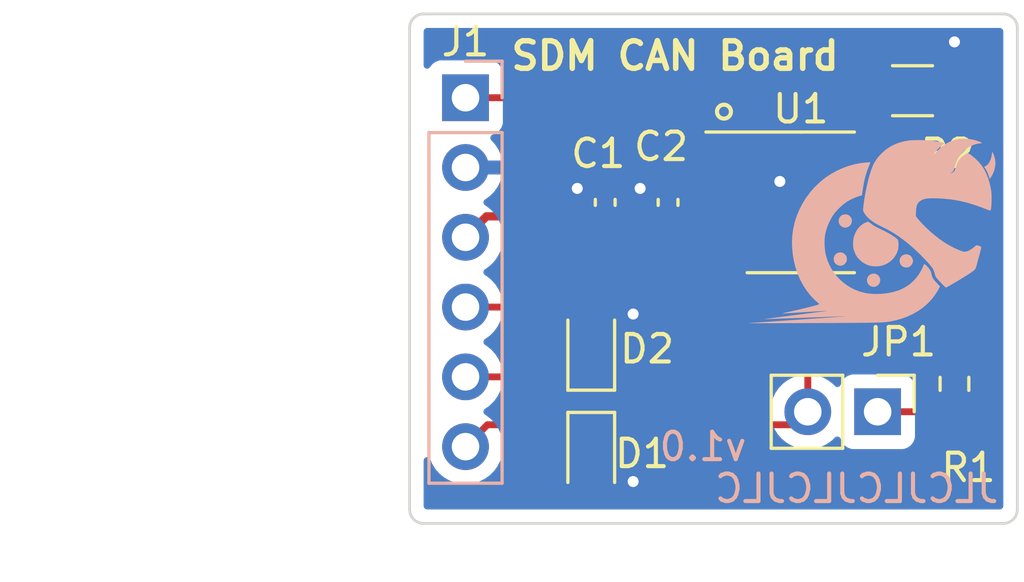
<source format=kicad_pcb>
(kicad_pcb (version 20211014) (generator pcbnew)
  (title_block (title "SDM Can Board") (date "2022-10-03") (rev "v1.0") (company "Sun Devil Motorsports Data Acquisition"))
  (layers (0 "F.Cu" signal) (31 "B.Cu" signal) (34 "B.Paste" user) (35 "F.Paste" user) (36 "B.SilkS" user "B.Silkscreen") (37 "F.SilkS" user "F.Silkscreen") (38 "B.Mask" user) (39 "F.Mask" user) (44 "Edge.Cuts" user))
  (net 0 "")
  (net 1 "+3V3")
  (net 2 "GND")
  (net 3 "/CTX")
  (net 4 "/CRX")
  (net 5 "/CANH")
  (net 6 "/CANL")
  (net 7 "Net-(JP1-Pad1)")
  (net 9 "Net-(R2-Pad1)")
  (footprint "Connector_PinHeader_2.54mm:PinHeader_1x02_P2.54mm_Vertical" (layer "F.Cu") (at 157.734 123.698 -90)
    (fp_text reference "JP1" (at -2.54 -0.762 180) (layer "F.SilkS"))
    (fp_text value "Bus_Termination")
    (fp_line (start -1.33 1.27) (end -1.33 3.87) (layer "F.SilkS") (width 0.12))
    (fp_line (start -1.33 3.87) (end 1.33 3.87) (layer "F.SilkS") (width 0.12))
    (fp_line (start 1.33 1.27) (end 1.33 3.87) (layer "F.SilkS") (width 0.12))
    (fp_line (start -1.33 0) (end -1.33 -1.33) (layer "F.SilkS") (width 0.12))
    (fp_line (start -1.33 -1.33) (end 0 -1.33) (layer "F.SilkS") (width 0.12))
    (fp_line (start -1.33 1.27) (end 1.33 1.27) (layer "F.SilkS") (width 0.12))
    (pad "1" thru_hole rect (at 0 0 270) (size 1.7 1.7) (drill 1) (layers *.Cu *.Mask) (net 7 "Net-(JP1-Pad1)"))
    (pad "2" thru_hole oval (at 0 2.54 270) (size 1.7 1.7) (drill 1) (layers *.Cu *.Mask) (net 6 "/CANL"))
  )
  (footprint "Capacitor_SMD:C_0402_1005Metric" (layer "F.Cu") (at 147.828 116.078 90)
    (fp_text reference "C1" (at 1.778 -0.254 180) (layer "F.SilkS"))
    (fp_text value "100nF")
    (fp_line (start -0.107836 -0.36) (end 0.107836 -0.36) (layer "F.SilkS") (width 0.12))
    (fp_line (start -0.107836 0.36) (end 0.107836 0.36) (layer "F.SilkS") (width 0.12))
    (pad "1" smd roundrect (at -0.48 0 90) (size 0.56 0.62) (layers "F.Cu" "F.Paste" "F.Mask") (net 1 "+3V3"))
    (pad "2" smd roundrect (at 0.48 0 90) (size 0.56 0.62) (layers "F.Cu" "F.Paste" "F.Mask") (net 2 "GND"))
  )
  (footprint "Resistor_SMD:R_1206_3216Metric" (layer "F.Cu") (at 159.004 112.014)
    (fp_text reference "R2" (at 1.27 2.286 180) (layer "F.SilkS"))
    (fp_text value "10k")
    (fp_line (start -0.727064 -0.91) (end 0.727064 -0.91) (layer "F.SilkS") (width 0.12))
    (fp_line (start -0.727064 0.91) (end 0.727064 0.91) (layer "F.SilkS") (width 0.12))
    (pad "1" smd roundrect (at -1.4625 0) (size 1.125 1.75) (layers "F.Cu" "F.Paste" "F.Mask") (roundrect_rratio 0.2222222222) (net 9 "Net-(R2-Pad1)"))
    (pad "2" smd roundrect (at 1.4625 0) (size 1.125 1.75) (layers "F.Cu" "F.Paste" "F.Mask") (roundrect_rratio 0.2222222222) (net 2 "GND"))
  )
  (footprint "Capacitor_SMD:C_0402_1005Metric" (layer "F.Cu") (at 150.114 116.078 90)
    (fp_text reference "C2" (at 2.032 -0.254 180) (layer "F.SilkS"))
    (fp_text value "100nF")
    (fp_line (start -0.107836 0.36) (end 0.107836 0.36) (layer "F.SilkS") (width 0.12))
    (fp_line (start -0.107836 -0.36) (end 0.107836 -0.36) (layer "F.SilkS") (width 0.12))
    (pad "1" smd roundrect (at -0.48 0 90) (size 0.56 0.62) (layers "F.Cu" "F.Paste" "F.Mask") (net 1 "+3V3"))
    (pad "2" smd roundrect (at 0.48 0 90) (size 0.56 0.62) (layers "F.Cu" "F.Paste" "F.Mask") (net 2 "GND"))
  )
  (footprint "Diode_SMD:D_SOD-323" (layer "F.Cu") (at 147.32 121.412 90)
    (fp_text reference "D2" (at 0 2.032 180) (layer "F.SilkS"))
    (fp_text value "D_TVS")
    (fp_line (start -1.5 0.85) (end 1.05 0.85) (layer "F.SilkS") (width 0.12))
    (fp_line (start -1.5 -0.85) (end 1.05 -0.85) (layer "F.SilkS") (width 0.12))
    (fp_line (start -1.5 -0.85) (end -1.5 0.85) (layer "F.SilkS") (width 0.12))
    (pad "1" smd rect (at -1.05 0 90) (size 0.6 0.45) (layers "F.Cu" "F.Paste" "F.Mask") (net 5 "/CANH"))
    (pad "2" smd rect (at 1.05 0 90) (size 0.6 0.45) (layers "F.Cu" "F.Paste" "F.Mask") (net 2 "GND"))
  )
  (footprint "Package_SO:SOIC-8_3.9x4.9mm_P1.27mm" (layer "F.Cu") (at 154.94 116.078)
    (fp_text reference "U1" (at 0 -3.4) (layer "F.SilkS"))
    (fp_text value "SN65HVD230")
    (fp_line (start 0 -2.56) (end 1.95 -2.56) (layer "F.SilkS") (width 0.12))
    (fp_line (start 0 2.56) (end 1.95 2.56) (layer "F.SilkS") (width 0.12))
    (fp_line (start 0 2.56) (end -1.95 2.56) (layer "F.SilkS") (width 0.12))
    (fp_line (start 0 -2.56) (end -3.45 -2.56) (layer "F.SilkS") (width 0.12))
    (pad "1" smd roundrect (at -2.475 -1.905) (size 1.95 0.6) (layers "F.Cu" "F.Paste" "F.Mask") (net 3 "/CTX"))
    (pad "2" smd roundrect (at -2.475 -0.635) (size 1.95 0.6) (layers "F.Cu" "F.Paste" "F.Mask") (net 2 "GND"))
    (pad "3" smd roundrect (at -2.475 0.635) (size 1.95 0.6) (layers "F.Cu" "F.Paste" "F.Mask") (net 1 "+3V3"))
    (pad "4" smd roundrect (at -2.475 1.905) (size 1.95 0.6) (layers "F.Cu" "F.Paste" "F.Mask") (net 4 "/CRX"))
    (pad "5" smd roundrect (at 2.475 1.905) (size 1.95 0.6) (layers "F.Cu" "F.Paste" "F.Mask"))
    (pad "6" smd roundrect (at 2.475 0.635) (size 1.95 0.6) (layers "F.Cu" "F.Paste" "F.Mask") (net 6 "/CANL"))
    (pad "7" smd roundrect (at 2.475 -0.635) (size 1.95 0.6) (layers "F.Cu" "F.Paste" "F.Mask") (net 5 "/CANH"))
    (pad "8" smd roundrect (at 2.475 -1.905) (size 1.95 0.6) (layers "F.Cu" "F.Paste" "F.Mask") (net 9 "Net-(R2-Pad1)"))
  )
  (footprint "Diode_SMD:D_SOD-323" (layer "F.Cu") (at 147.32 125.222 -90)
    (fp_text reference "D1" (at 0 -1.85 180) (layer "F.SilkS"))
    (fp_text value "D_TVS")
    (fp_line (start -1.5 -0.85) (end 1.05 -0.85) (layer "F.SilkS") (width 0.12))
    (fp_line (start -1.5 -0.85) (end -1.5 0.85) (layer "F.SilkS") (width 0.12))
    (fp_line (start -1.5 0.85) (end 1.05 0.85) (layer "F.SilkS") (width 0.12))
    (pad "1" smd rect (at -1.05 0 270) (size 0.6 0.45) (layers "F.Cu" "F.Paste" "F.Mask") (net 6 "/CANL"))
    (pad "2" smd rect (at 1.05 0 270) (size 0.6 0.45) (layers "F.Cu" "F.Paste" "F.Mask") (net 2 "GND"))
  )
  (footprint "Resistor_SMD:R_0603_1608Metric" (layer "F.Cu") (at 160.528 122.682 -90)
    (fp_text reference "R1" (at 3.048 -0.508) (layer "F.SilkS"))
    (fp_text value "120")
    (fp_line (start -0.237258 0.5225) (end 0.237258 0.5225) (layer "F.SilkS") (width 0.12))
    (fp_line (start -0.237258 -0.5225) (end 0.237258 -0.5225) (layer "F.SilkS") (width 0.12))
    (pad "1" smd roundrect (at -0.825 0 270) (size 0.8 0.95) (layers "F.Cu" "F.Paste" "F.Mask") (net 5 "/CANH"))
    (pad "2" smd roundrect (at 0.825 0 270) (size 0.8 0.95) (layers "F.Cu" "F.Paste" "F.Mask") (net 7 "Net-(JP1-Pad1)"))
  )
  (footprint "Connector_PinHeader_2.54mm:PinHeader_1x06_P2.54mm_Vertical" (layer "B.Cu") (at 142.748 112.268 180)
    (fp_text reference "J1" (at 0 2.032) (layer "F.SilkS"))
    (fp_text value "Conn_01x06_Male")
    (fp_line (start -1.33 1.33) (end 0 1.33) (layer "B.SilkS") (width 0.12))
    (fp_line (start -1.33 0) (end -1.33 1.33) (layer "B.SilkS") (width 0.12))
    (fp_line (start 1.33 -1.27) (end 1.33 -14.03) (layer "B.SilkS") (width 0.12))
    (fp_line (start -1.33 -1.27) (end -1.33 -14.03) (layer "B.SilkS") (width 0.12))
    (fp_line (start -1.33 -1.27) (end 1.33 -1.27) (layer "B.SilkS") (width 0.12))
    (fp_line (start -1.33 -14.03) (end 1.33 -14.03) (layer "B.SilkS") (width 0.12))
    (pad "1" thru_hole rect (at 0 0 180) (size 1.7 1.7) (drill 1) (layers *.Cu *.Mask) (net 3 "/CTX"))
    (pad "2" thru_hole oval (at 0 -2.54 180) (size 1.7 1.7) (drill 1) (layers *.Cu *.Mask) (net 2 "GND"))
    (pad "3" thru_hole oval (at 0 -5.08 180) (size 1.7 1.7) (drill 1) (layers *.Cu *.Mask) (net 1 "+3V3"))
    (pad "4" thru_hole oval (at 0 -7.62 180) (size 1.7 1.7) (drill 1) (layers *.Cu *.Mask) (net 4 "/CRX"))
    (pad "5" thru_hole oval (at 0 -10.16 180) (size 1.7 1.7) (drill 1) (layers *.Cu *.Mask) (net 5 "/CANH"))
    (pad "6" thru_hole oval (at 0 -12.7 180) (size 1.7 1.7) (drill 1) (layers *.Cu *.Mask) (net 6 "/CANL"))
  )
  (footprint "SDM:Logo" (layer "B.Cu") (at 157.48 117.094 180)
    (fp_text reference "G***" hide)
    (fp_text value "LOGO" hide)
    (fp_poly (pts (xy -1.224115 -0.881455) (xy -1.162626 -0.907977) (xy -1.112362 -0.951726) (xy -1.078811 -1.003058) (xy -1.056743 -1.068649) (xy -1.053429 -1.135127) (xy -1.067579 -1.198941) (xy -1.097906 -1.256538) (xy -1.143121 -1.304367) (xy -1.200383 -1.338233) (xy -1.24403 -1.349308) (xy -1.297602 -1.352816) (xy -1.35155 -1.348605) (xy -1.383883 -1.341158) (xy -1.426851 -1.318535) (xy -1.468399 -1.281416) (xy -1.503066 -1.235746) (xy -1.525393 -1.18747) (xy -1.525563 -1.186901) (xy -1.537297 -1.141712) (xy -1.540677 -1.106489) (xy -1.535413 -1.071989) (xy -1.521217 -1.028965) (xy -1.52057 -1.027229) (xy -1.487226 -0.965737) (xy -1.439684 -0.918587) (xy -1.380184 -0.887314) (xy -1.310966 -0.873456) (xy -1.295589 -0.872904)) (layer "B.SilkS") (width 0) (fill solid))
    (fp_poly (pts (xy 0.10462 0.309346) (xy 0.133154 0.301055) (xy 0.15935 0.292449) (xy 0.254099 0.249147) (xy 0.342445 0.18766) (xy 0.42269 0.110104) (xy 0.493136 0.018591) (xy 0.552086 -0.084764) (xy 0.597844 -0.197847) (xy 0.621449 -0.283132) (xy 0.633416 -0.357156) (xy 0.639274 -0.441205) (xy 0.639111 -0.528294) (xy 0.63301 -0.611441) (xy 0.62106 -0.68366) (xy 0.616288 -0.702357) (xy 0.594763 -0.766722) (xy 0.566235 -0.835563) (xy 0.53428 -0.901051) (xy 0.502474 -0.955356) (xy 0.497207 -0.963102) (xy 0.463326 -1.005736) (xy 0.418445 -1.054274) (xy 0.36866 -1.10271) (xy 0.320069 -1.14504) (xy 0.287775 -1.169373) (xy 0.180612 -1.232558) (xy 0.070483 -1.277214) (xy -0.045514 -1.30409) (xy -0.170279 -1.31394) (xy -0.26046 -1.311371) (xy -0.384787 -1.293061) (xy -0.503562 -1.255937) (xy -0.614837 -1.201595) (xy -0.716666 -1.13163) (xy -0.807105 -1.047637) (xy -0.884207 -0.951213) (xy -0.946026 -0.843951) (xy -0.990616 -0.727447) (xy -0.995917 -0.708449) (xy -1.005081 -0.660121) (xy -1.011071 -0.600265) (xy -1.013769 -0.535404) (xy -1.013059 -0.472057) (xy -1.008825 -0.416746) (xy -1.001801 -0.378854) (xy -0.993532 -0.356887) (xy -0.980207 -0.335715) (xy -0.95937 -0.313036) (xy -0.928564 -0.28655) (xy -0.885335 -0.253955) (xy -0.827226 -0.21295) (xy -0.817843 -0.206461) (xy -0.709567 -0.137411) (xy -0.582085 -0.066337) (xy -0.436839 0.005973) (xy -0.380841 0.03199) (xy -0.261619 0.089465) (xy -0.158401 0.146091) (xy -0.06665 0.204512) (xy 0.003705 0.255993) (xy 0.037659 0.281361) (xy 0.066219 0.300842) (xy 0.084905 0.311455) (xy 0.088709 0.312551)) (layer "B.SilkS") (width 0) (fill solid))
    (fp_poly (pts (xy -4.410053 2.775514) (xy -4.386743 2.657012) (xy -4.35352 2.554398) (xy -4.310786 2.468425) (xy -4.258946 2.399844) (xy -4.198404 2.349406) (xy -4.173257 2.33518) (xy -4.12568 2.31142) (xy -4.157813 2.264716) (xy -4.214815 2.168953) (xy -4.266009 2.055519) (xy -4.311907 1.923241) (xy -4.322716 1.886735) (xy -4.327321 1.874802) (xy -4.333596 1.873502) (xy -4.344461 1.884972) (xy -4.362838 1.911352) (xy -4.369024 1.920641) (xy -4.4412 2.045816) (xy -4.493399 2.173211) (xy -4.525534 2.30185) (xy -4.537514 2.430756) (xy -4.529251 2.558954) (xy -4.500654 2.685465) (xy -4.451635 2.809315) (xy -4.450572 2.8115) (xy -4.423309 2.867339)) (layer "B.SilkS") (width 0) (fill solid))
    (fp_poly (pts (xy 0.054207 2.475525) (xy 0.096459 2.472801) (xy 0.148124 2.468592) (xy 0.205442 2.463232) (xy 0.264654 2.457054) (xy 0.322003 2.450392) (xy 0.37373 2.443579) (xy 0.381363 2.442478) (xy 0.591632 2.40209) (xy 0.803664 2.342778) (xy 1.014336 2.265874) (xy 1.220525 2.172709) (xy 1.419107 2.064615) (xy 1.606958 1.942924) (xy 1.682251 1.887817) (xy 1.870859 1.731844) (xy 2.045632 1.561286) (xy 2.205757 1.377475) (xy 2.350421 1.181742) (xy 2.478811 0.975422) (xy 2.590115 0.759844) (xy 2.68352 0.536343) (xy 2.758212 0.30625) (xy 2.813379 0.070898) (xy 2.822858 0.018289) (xy 2.851057 -0.205538) (xy 2.861104 -0.435936) (xy 2.853421 -0.670034) (xy 2.828431 -0.904962) (xy 2.786555 -1.137847) (xy 2.728216 -1.365818) (xy 2.653836 -1.586004) (xy 2.563837 -1.795533) (xy 2.552903 -1.818006) (xy 2.443427 -2.019564) (xy 2.321277 -2.205635) (xy 2.186922 -2.375609) (xy 2.040825 -2.528881) (xy 1.935217 -2.623083) (xy 1.904771 -2.649953) (xy 1.882842 -2.67222) (xy 1.87263 -2.686491) (xy 1.872707 -2.689397) (xy 1.888947 -2.697697) (xy 1.924322 -2.710044) (xy 1.97759 -2.726123) (xy 2.04751 -2.745621) (xy 2.132841 -2.768221) (xy 2.232343 -2.793611) (xy 2.344775 -2.821474) (xy 2.468895 -2.851497) (xy 2.603462 -2.883365) (xy 2.747236 -2.916762) (xy 2.898977 -2.951375) (xy 2.961065 -2.965364) (xy 3.032333 -2.981475) (xy 3.096283 -2.996142) (xy 3.150294 -3.008745) (xy 3.191746 -3.018668) (xy 3.218017 -3.025292) (xy 3.226518 -3.02798) (xy 3.215981 -3.027752) (xy 3.18632 -3.0263) (xy 3.139203 -3.023722) (xy 3.076302 -3.020117) (xy 2.999285 -3.015585) (xy 2.909822 -3.010223) (xy 2.809583 -3.004133) (xy 2.700239 -2.997411) (xy 2.583459 -2.990158) (xy 2.494985 -2.984616) (xy 2.326333 -2.974013) (xy 2.177614 -2.964675) (xy 2.047966 -2.956571) (xy 1.936524 -2.94967) (xy 1.842426 -2.943941) (xy 1.764808 -2.939354) (xy 1.702808 -2.935878) (xy 1.655563 -2.933482) (xy 1.622209 -2.932136) (xy 1.601882 -2.931809) (xy 1.593721 -2.93247) (xy 1.596861 -2.934088) (xy 1.61044 -2.936633) (xy 1.633594 -2.940074) (xy 1.66546 -2.944381) (xy 1.705176 -2.949522) (xy 1.751877 -2.955467) (xy 1.781542 -2.959236) (xy 1.841841 -2.966937) (xy 1.917373 -2.976634) (xy 2.002711 -2.987627) (xy 2.092427 -2.999217) (xy 2.181093 -3.010703) (xy 2.229532 -3.016994) (xy 2.307435 -3.027117) (xy 2.401194 -3.039289) (xy 2.506002 -3.052888) (xy 2.617049 -3.06729) (xy 2.729529 -3.08187) (xy 2.838632 -3.096007) (xy 2.906727 -3.104825) (xy 3.010832 -3.118307) (xy 3.121403 -3.132631) (xy 3.233652 -3.147176) (xy 3.342791 -3.161323) (xy 3.444032 -3.17445) (xy 3.532587 -3.185936) (xy 3.5822 -3.192375) (xy 3.67226 -3.204297) (xy 3.745813 -3.214515) (xy 3.802263 -3.22292) (xy 3.841014 -3.229402) (xy 3.861471 -3.233849) (xy 3.863037 -3.236153) (xy 3.845118 -3.236202) (xy 3.807118 -3.233887) (xy 3.806135 -3.233814) (xy 3.782715 -3.232492) (xy 3.741017 -3.230571) (xy 3.683588 -3.228151) (xy 3.612972 -3.225334) (xy 3.531718 -3.222219) (xy 3.44237 -3.218908) (xy 3.347477 -3.215501) (xy 3.302625 -3.213928) (xy 3.095988 -3.206711) (xy 2.893019 -3.199576) (xy 2.694824 -3.192562) (xy 2.502513 -3.185712) (xy 2.317193 -3.179066) (xy 2.139975 -3.172666) (xy 1.971964 -3.166551) (xy 1.814271 -3.160763) (xy 1.668003 -3.155343) (xy 1.53427 -3.150332) (xy 1.414178 -3.145772) (xy 1.308837 -3.141702) (xy 1.219355 -3.138163) (xy 1.146841 -3.135198) (xy 1.092402 -3.132847) (xy 1.057148 -3.13115) (xy 1.047368 -3.13058) (xy 1.007081 -3.128493) (xy 0.976906 -3.128027) (xy 0.961091 -3.129193) (xy 0.959922 -3.130417) (xy 0.971012 -3.132058) (xy 1.001311 -3.134986) (xy 1.049239 -3.139079) (xy 1.113215 -3.144218) (xy 1.191659 -3.150283) (xy 1.282992 -3.157155) (xy 1.385632 -3.164713) (xy 1.498 -3.172837) (xy 1.618515 -3.181407) (xy 1.745597 -3.190305) (xy 1.787861 -3.193234) (xy 1.923306 -3.202607) (xy 2.05755 -3.211919) (xy 2.188424 -3.221016) (xy 2.313756 -3.229747) (xy 2.431374 -3.23796) (xy 2.539109 -3.245504) (xy 2.634788 -3.252226) (xy 2.716242 -3.257975) (xy 2.781298 -3.262599) (xy 2.827786 -3.265946) (xy 2.828589 -3.266004) (xy 2.878191 -3.269568) (xy 2.946064 -3.274364) (xy 3.029692 -3.280219) (xy 3.126555 -3.286958) (xy 3.234137 -3.294407) (xy 3.349919 -3.302392) (xy 3.471385 -3.310737) (xy 3.596016 -3.31927) (xy 3.721294 -3.327816) (xy 3.734988 -3.328748) (xy 3.853149 -3.336824) (xy 3.965512 -3.344572) (xy 4.070296 -3.351865) (xy 4.165721 -3.358575) (xy 4.250005 -3.364576) (xy 4.321367 -3.369739) (xy 4.378027 -3.373939) (xy 4.418204 -3.377048) (xy 4.440116 -3.378938) (xy 4.443437 -3.379337) (xy 4.444035 -3.380007) (xy 4.437646 -3.380601) (xy 4.423621 -3.38112) (xy 4.401315 -3.381562) (xy 4.37008 -3.381925) (xy 4.32927 -3.382209) (xy 4.278238 -3.382412) (xy 4.216337 -3.382534) (xy 4.142921 -3.382573) (xy 4.057343 -3.382528) (xy 3.958955 -3.382398) (xy 3.847112 -3.382181) (xy 3.721166 -3.381877) (xy 3.580471 -3.381485) (xy 3.424381 -3.381003) (xy 3.252247 -3.38043) (xy 3.063423 -3.379765) (xy 2.857264 -3.379007) (xy 2.633121 -3.378154) (xy 2.390348 -3.377206) (xy 2.128299 -3.376162) (xy 1.846327 -3.37502) (xy 1.724241 -3.374521) (xy 1.473133 -3.373472) (xy 1.241921 -3.372455) (xy 1.02966 -3.371449) (xy 0.83541 -3.370434) (xy 0.658228 -3.36939) (xy 0.497172 -3.368297) (xy 0.351301 -3.367134) (xy 0.219671 -3.365882) (xy 0.101341 -3.36452) (xy -0.004631 -3.363028) (xy -0.099187 -3.361386) (xy -0.18327 -3.359574) (xy -0.257821 -3.357571) (xy -0.323784 -3.355358) (xy -0.382098 -3.352914) (xy -0.433708 -3.350218) (xy -0.479555 -3.347252) (xy -0.520581 -3.343995) (xy -0.557728 -3.340425) (xy -0.591938 -3.336525) (xy -0.624154 -3.332272) (xy -0.655317 -3.327647) (xy -0.68449 -3.322944) (xy -0.918889 -3.2751) (xy -1.14201 -3.211551) (xy -1.353215 -3.132717) (xy -1.551869 -3.039019) (xy -1.737336 -2.930876) (xy -1.90898 -2.80871) (xy -2.066163 -2.672941) (xy -2.208251 -2.523989) (xy -2.334606 -2.362275) (xy -2.444593 -2.188219) (xy -2.469129 -2.143445) (xy -2.523249 -2.041731) (xy -2.456049 -1.971542) (xy -2.392057 -1.903659) (xy -2.341399 -1.846937) (xy -2.30215 -1.798349) (xy -2.272387 -1.754868) (xy -2.250182 -1.713464) (xy -2.233613 -1.671112) (xy -2.220753 -1.624783) (xy -2.213157 -1.589527) (xy -2.201096 -1.536771) (xy -2.186819 -1.495419) (xy -2.166496 -1.4561) (xy -2.144525 -1.421625) (xy -2.118749 -1.386485) (xy -2.087181 -1.348487) (xy -2.052886 -1.310716) (xy -2.018926 -1.276258) (xy -1.988366 -1.248198) (xy -1.964269 -1.229621) (xy -1.949699 -1.223614) (xy -1.948371 -1.224076) (xy -1.93959 -1.23683) (xy -1.929137 -1.261459) (xy -1.926706 -1.268582) (xy -1.911487 -1.307681) (xy -1.887852 -1.3592) (xy -1.858507 -1.417935) (xy -1.826154 -1.478685) (xy -1.793496 -1.536246) (xy -1.763238 -1.585417) (xy -1.757709 -1.593791) (xy -1.653469 -1.734388) (xy -1.54039 -1.857276) (xy -1.416101 -1.964554) (xy -1.278232 -2.058322) (xy -1.159396 -2.123607) (xy -1.024616 -2.181959) (xy -0.874913 -2.23048) (xy -0.713948 -2.268761) (xy -0.545382 -2.296392) (xy -0.372877 -2.312966) (xy -0.200094 -2.318071) (xy -0.030695 -2.3113) (xy 0.131658 -2.292243) (xy 0.213577 -2.277026) (xy 0.398919 -2.2273) (xy 0.576382 -2.159028) (xy 0.744808 -2.07336) (xy 0.903036 -1.971449) (xy 1.049907 -1.854444) (xy 1.184263 -1.723499) (xy 1.304942 -1.579763) (xy 1.410787 -1.424389) (xy 1.500638 -1.258527) (xy 1.573335 -1.083329) (xy 1.627719 -0.899946) (xy 1.635788 -0.864725) (xy 1.657646 -0.738839) (xy 1.671076 -0.603554) (xy 1.675995 -0.464878) (xy 1.672323 -0.328821) (xy 1.659976 -0.201391) (xy 1.645975 -0.119811) (xy 1.605204 0.037093) (xy 1.549387 0.194742) (xy 1.480939 0.347582) (xy 1.402274 0.490055) (xy 1.340426 0.583429) (xy 1.25816 0.68712) (xy 1.160884 0.791519) (xy 1.053677 0.891791) (xy 0.941614 0.983101) (xy 0.859516 1.041415) (xy 0.787046 1.084911) (xy 0.700394 1.129587) (xy 0.605844 1.172697) (xy 0.509677 1.211496) (xy 0.418175 1.243237) (xy 0.359434 1.259996) (xy 0.31776 1.270526) (xy 0.283893 1.492175) (xy 0.261405 1.631692) (xy 0.238723 1.754989) (xy 0.214645 1.866655) (xy 0.187969 1.971282) (xy 0.157493 2.073461) (xy 0.122016 2.177782) (xy 0.080337 2.288837) (xy 0.065482 2.326573) (xy 0.045757 2.377258) (xy 0.029613 2.420765) (xy 0.018287 2.453604) (xy 0.013009 2.472284) (xy 0.012972 2.475182) (xy 0.025125 2.47643)) (layer "B.SilkS") (width 0) (fill solid))
    (fp_poly (pts (xy -0.045447 -1.582187) (xy 0.010971 -1.60497) (xy 0.06099 -1.642811) (xy 0.101425 -1.695936) (xy 0.112111 -1.716834) (xy 0.131572 -1.781842) (xy 0.132511 -1.846648) (xy 0.116748 -1.908098) (xy 0.0861 -1.963037) (xy 0.042387 -2.008311) (xy -0.012575 -2.040765) (xy -0.076966 -2.057245) (xy -0.084502 -2.057944) (xy -0.121729 -2.058857) (xy -0.154306 -2.056391) (xy -0.166762 -2.053711) (xy -0.23422 -2.022265) (xy -0.287635 -1.978091) (xy -0.325551 -1.923747) (xy -0.346514 -1.86179) (xy -0.34907 -1.794779) (xy -0.33996 -1.748997) (xy -0.312036 -1.686196) (xy -0.271402 -1.637092) (xy -0.22124 -1.601913) (xy -0.164737 -1.580885) (xy -0.105078 -1.574234)) (layer "B.SilkS") (width 0) (fill solid))
    (fp_poly (pts (xy 1.192618 -0.81913) (xy 1.25046 -0.851605) (xy 1.278327 -0.876592) (xy 1.317653 -0.930602) (xy 1.339 -0.992421) (xy 1.34397 -1.048632) (xy 1.334484 -1.118771) (xy 1.307131 -1.179693) (xy 1.263574 -1.229158) (xy 1.205472 -1.264924) (xy 1.175532 -1.275804) (xy 1.125977 -1.287901) (xy 1.085905 -1.290205) (xy 1.046426 -1.282748) (xy 1.026812 -1.276333) (xy 0.974759 -1.251845) (xy 0.932519 -1.216907) (xy 0.901359 -1.178243) (xy 0.883938 -1.150253) (xy 0.87372 -1.122552) (xy 0.868339 -1.087032) (xy 0.866444 -1.058462) (xy 0.868289 -0.994646) (xy 0.882773 -0.942852) (xy 0.912423 -0.896885) (xy 0.94658 -0.862103) (xy 1.002116 -0.825072) (xy 1.064359 -0.805685) (xy 1.129222 -0.803764)) (layer "B.SilkS") (width 0) (fill solid))
    (fp_poly (pts (xy -3.310822 3.332449) (xy -3.209587 3.323845) (xy -3.178505 3.319096) (xy -3.025333 3.281942) (xy -2.877694 3.224865) (xy -2.736156 3.148179) (xy -2.601287 3.052198) (xy -2.473656 2.937234) (xy -2.457735 2.921025) (xy -2.4197 2.880581) (xy -2.384252 2.840768) (xy -2.355599 2.80644) (xy -2.339143 2.784311) (xy -2.322087 2.759141) (xy -2.310155 2.743101) (xy -2.307013 2.740033) (xy -2.305647 2.748236) (xy -2.311955 2.769093) (xy -2.323618 2.796975) (xy -2.338312 2.826255) (xy -2.351708 2.848412) (xy -2.379572 2.884086) (xy -2.419482 2.928351) (xy -2.467067 2.976968) (xy -2.517953 3.025698) (xy -2.56777 3.070303) (xy -2.612144 3.106544) (xy -2.634651 3.122719) (xy -2.667062 3.145934) (xy -2.685303 3.162775) (xy -2.687463 3.17144) (xy -2.686682 3.171802) (xy -2.637546 3.186297) (xy -2.571918 3.201847) (xy -2.494067 3.217704) (xy -2.408258 3.233119) (xy -2.318761 3.247343) (xy -2.229841 3.259627) (xy -2.145767 3.269224) (xy -2.11493 3.272101) (xy -2.050449 3.276478) (xy -1.97335 3.279794) (xy -1.887693 3.282047) (xy -1.797533 3.283237) (xy -1.706931 3.283365) (xy -1.619942 3.28243) (xy -1.540625 3.280433) (xy -1.473037 3.277373) (xy -1.421237 3.273251) (xy -1.41169 3.272114) (xy -1.233438 3.242398) (xy -1.069894 3.201032) (xy -0.917746 3.146827) (xy -0.773681 3.078593) (xy -0.634388 2.995142) (xy -0.62757 2.990602) (xy -0.505531 2.899343) (xy -0.390524 2.794502) (xy -0.285707 2.67965) (xy -0.194235 2.558358) (xy -0.119268 2.434198) (xy -0.097876 2.391491) (xy -0.056928 2.296059) (xy -0.015499 2.182518) (xy 0.025769 2.053567) (xy 0.066232 1.911904) (xy 0.105246 1.760227) (xy 0.142168 1.601235) (xy 0.176355 1.437624) (xy 0.207162 1.272095) (xy 0.233947 1.107343) (xy 0.256066 0.946069) (xy 0.264833 0.870719) (xy 0.270988 0.812701) (xy 0.274631 0.771124) (xy 0.275672 0.741733) (xy 0.27402 0.720271) (xy 0.269587 0.702485) (xy 0.262283 0.684119) (xy 0.260824 0.680803) (xy 0.212718 0.594553) (xy 0.145298 0.508263) (xy 0.060049 0.423198) (xy -0.041547 0.340629) (xy -0.158007 0.261821) (xy -0.287847 0.188044) (xy -0.354225 0.154916) (xy -0.416624 0.124867) (xy -0.479368 0.094278) (xy -0.537256 0.065709) (xy -0.585088 0.04172) (xy -0.609475 0.029198) (xy -0.795774 -0.076063) (xy -0.987186 -0.199616) (xy -1.181979 -0.340076) (xy -1.37842 -0.496056) (xy -1.574776 -0.666169) (xy -1.769316 -0.849029) (xy -1.960306 -1.043248) (xy -1.993236 -1.078302) (xy -2.069986 -1.161458) (xy -2.133298 -1.232451) (xy -2.184716 -1.293601) (xy -2.225781 -1.347231) (xy -2.258035 -1.395661) (xy -2.28302 -1.441213) (xy -2.302279 -1.486207) (xy -2.317353 -1.532964) (xy -2.329785 -1.583806) (xy -2.330126 -1.585387) (xy -2.342681 -1.63409) (xy -2.35895 -1.673345) (xy -2.383452 -1.712933) (xy -2.39879 -1.734028) (xy -2.421249 -1.761947) (xy -2.452742 -1.798277) (xy -2.490795 -1.840446) (xy -2.532933 -1.88588) (xy -2.576682 -1.932005) (xy -2.619566 -1.976248) (xy -2.65911 -2.016035) (xy -2.69284 -2.048792) (xy -2.718281 -2.071947) (xy -2.732958 -2.082924) (xy -2.734824 -2.083464) (xy -2.750535 -2.078499) (xy -2.774594 -2.067283) (xy -2.776497 -2.066283) (xy -2.843673 -2.0297) (xy -2.92366 -1.984504) (xy -3.013165 -1.932685) (xy -3.108897 -1.876237) (xy -3.207564 -1.817151) (xy -3.305871 -1.75742) (xy -3.400528 -1.699034) (xy -3.488243 -1.643987) (xy -3.565722 -1.594271) (xy -3.629673 -1.551876) (xy -3.651641 -1.536779) (xy -3.710126 -1.495183) (xy -3.753714 -1.461567) (xy -3.785173 -1.432855) (xy -3.807267 -1.405972) (xy -3.822764 -1.377841) (xy -3.834428 -1.345387) (xy -3.839273 -1.328143) (xy -3.846868 -1.299735) (xy -3.859036 -1.2544) (xy -3.874921 -1.195326) (xy -3.893662 -1.125702) (xy -3.914403 -1.048717) (xy -3.936286 -0.96756) (xy -3.944182 -0.93829) (xy -3.965037 -0.860052) (xy -3.983749 -0.788029) (xy -3.999699 -0.724744) (xy -4.012271 -0.672718) (xy -4.020849 -0.634474) (xy -4.024814 -0.612535) (xy -4.024875 -0.608469) (xy -4.011771 -0.596088) (xy -3.984292 -0.581239) (xy -3.948306 -0.566396) (xy -3.909678 -0.554034) (xy -3.880408 -0.547527) (xy -3.859763 -0.545042) (xy -3.842861 -0.547033) (xy -3.824955 -0.555869) (xy -3.801296 -0.573921) (xy -3.767136 -0.60356) (xy -3.765806 -0.604735) (xy -3.688162 -0.666958) (xy -3.610938 -0.716701) (xy -3.536715 -0.752752) (xy -3.468075 -0.773893) (xy -3.407598 -0.778912) (xy -3.397633 -0.777991) (xy -3.346704 -0.767094) (xy -3.281349 -0.745922) (xy -3.204417 -0.715849) (xy -3.118758 -0.678249) (xy -3.027223 -0.634496) (xy -2.932661 -0.585964) (xy -2.837922 -0.534025) (xy -2.745857 -0.480055) (xy -2.659315 -0.425427) (xy -2.641058 -0.413295) (xy -2.487505 -0.304242) (xy -2.331983 -0.182538) (xy -2.178274 -0.051631) (xy -2.03016 0.08503) (xy -1.891423 0.223995) (xy -1.765845 0.361817) (xy -1.687058 0.456691) (xy -1.642919 0.512274) (xy -1.64974 0.677744) (xy -1.655803 0.771912) (xy -1.666298 0.848698) (xy -1.682537 0.911324) (xy -1.705833 0.96301) (xy -1.737499 1.006976) (xy -1.778847 1.046443) (xy -1.809513 1.069776) (xy -1.856394 1.098825) (xy -1.908373 1.122056) (xy -1.96785 1.139859) (xy -2.037223 1.152623) (xy -2.118895 1.16074) (xy -2.215263 1.164598) (xy -2.328729 1.164589) (xy -2.385808 1.163432) (xy -2.626811 1.152295) (xy -2.858596 1.130867) (xy -3.084772 1.098384) (xy -3.308946 1.054085) (xy -3.534726 0.997209) (xy -3.765722 0.926994) (xy -4.00554 0.842678) (xy -4.128256 0.795635) (xy -4.188578 0.772214) (xy -4.242875 0.751676) (xy -4.287957 0.735183) (xy -4.320632 0.723899) (xy -4.337712 0.718986) (xy -4.338861 0.718868) (xy -4.356015 0.727094) (xy -4.363927 0.737141) (xy -4.373066 0.765054) (xy -4.381064 0.810413) (xy -4.387805 0.869853) (xy -4.393172 0.940007) (xy -4.397047 1.017511) (xy -4.399313 1.098998) (xy -4.399853 1.181104) (xy -4.398551 1.260462) (xy -4.395289 1.333706) (xy -4.38995 1.397473) (xy -4.387573 1.416899) (xy -4.358698 1.585597) (xy -4.318603 1.750986) (xy -4.268457 1.909886) (xy -4.209427 2.059117) (xy -4.142681 2.195499) (xy -4.069387 2.31585) (xy -4.044791 2.35039) (xy -3.941119 2.476398) (xy -3.822062 2.596957) (xy -3.69307 2.706859) (xy -3.603176 2.772363) (xy -3.538312 2.816411) (xy -3.464747 2.778471) (xy -3.363425 2.715706) (xy -3.277385 2.63953) (xy -3.206116 2.549282) (xy -3.149108 2.4443) (xy -3.105849 2.323923) (xy -3.101182 2.307005) (xy -3.088043 2.26109) (xy -3.074515 2.219192) (xy -3.062825 2.188037) (xy -3.059075 2.179919) (xy -3.030289 2.141823) (xy -2.988996 2.108354) (xy -2.943443 2.085969) (xy -2.936448 2.083885) (xy -2.915311 2.078852) (xy -2.912091 2.080499) (xy -2.921146 2.08691) (xy -2.957768 2.113186) (xy -2.989641 2.141616) (xy -3.010493 2.166508) (xy -3.012282 2.169585) (xy -3.019903 2.188767) (xy -3.030785 2.222331) (xy -3.043092 2.264455) (xy -3.048877 2.285668) (xy -3.097625 2.439957) (xy -3.157821 2.578184) (xy -3.230577 2.702379) (xy -3.317006 2.814572) (xy -3.369741 2.870866) (xy -3.478079 2.965316) (xy -3.596722 3.043026) (xy -3.723533 3.102964) (xy -3.856377 3.144095) (xy -3.97461 3.163717) (xy -4.010377 3.168209) (xy -4.038574 3.173377) (xy -4.050558 3.177047) (xy -4.049108 3.183983) (xy -4.030701 3.195555) (xy -3.99839 3.210589) (xy -3.955227 3.227911) (xy -3.904267 3.246347) (xy -3.848562 3.264724) (xy -3.791165 3.281866) (xy -3.747656 3.293508) (xy -3.647351 3.313632) (xy -3.536547 3.327035) (xy -3.42209 3.33341)) (layer "B.SilkS") (width 0) (fill solid))
    (fp_poly (pts (xy 1.015718 0.566714) (xy 1.065516 0.537056) (xy 1.093084 0.512338) (xy 1.134719 0.457534) (xy 1.158386 0.397145) (xy 1.164968 0.334473) (xy 1.155345 0.272817) (xy 1.130396 0.215479) (xy 1.091004 0.16576) (xy 1.038048 0.126961) (xy 0.984536 0.105446) (xy 0.947444 0.096857) (xy 0.916681 0.095412) (xy 0.883409 0.101627) (xy 0.845931 0.113532) (xy 0.781189 0.145609) (xy 0.732118 0.191168) (xy 0.699471 0.249139) (xy 0.684002 0.318455) (xy 0.682789 0.344624) (xy 0.684166 0.386829) (xy 0.690572 0.418154) (xy 0.704562 0.448407) (xy 0.713905 0.464113) (xy 0.75847 0.520612) (xy 0.811157 0.558264) (xy 0.87324 0.577901) (xy 0.891765 0.58022) (xy 0.959534 0.580518)) (layer "B.SilkS") (width 0) (fill solid))
  )
  (gr_circle (center 152.146 112.776) (end 152.146 112.522) (layer "F.SilkS") (width 0.15) (fill none))
  (gr_line (start 162.306 109.22) (end 141.224 109.22) (layer "Edge.Cuts") (width 0.1))
  (gr_arc (start 162.306 109.22) (mid 162.66521 109.36879) (end 162.814 109.728) (layer "Edge.Cuts") (width 0.1))
  (gr_line (start 140.716 109.728) (end 140.716 127.254) (layer "Edge.Cuts") (width 0.1))
  (gr_line (start 162.814 127.254) (end 162.814 109.728) (layer "Edge.Cuts") (width 0.1))
  (gr_arc (start 141.224 127.762) (mid 140.86479 127.61321) (end 140.716 127.254) (layer "Edge.Cuts") (width 0.1))
  (gr_arc (start 140.716 109.728) (mid 140.86479 109.36879) (end 141.224 109.22) (layer "Edge.Cuts") (width 0.1))
  (gr_line (start 141.224 127.762) (end 162.306 127.762) (layer "Edge.Cuts") (width 0.1))
  (gr_arc (start 162.814 127.254) (mid 162.66521 127.61321) (end 162.306 127.762) (layer "Edge.Cuts") (width 0.1))
  (gr_text "JLCJLCJLCJLC" (at 156.972 126.492) (layer "B.SilkS") (effects (font (size 1 1)) (justify mirror)))
  (gr_text "v1.0\n" (at 151.384 124.968) (layer "B.SilkS") (effects (font (size 1 1)) (justify mirror)))
  (gr_text "SDM CAN Board\n" (at 150.368 110.744) (layer "F.SilkS") (effects (font (size 1 1) (thickness 0.2))))
  (segment (start 143.51 116.586) (end 147.8 116.586) (width 0.3) (layer "F.Cu") (net 1))
  (segment (start 147.828 116.558) (end 150.114 116.558) (width 0.3) (layer "F.Cu") (net 1))
  (segment (start 142.748 117.348) (end 143.51 116.586) (width 0.3) (layer "F.Cu") (net 1))
  (segment (start 147.8 116.586) (end 147.828 116.558) (width 0.3) (layer "F.Cu") (net 1))
  (segment (start 152.31 116.558) (end 152.465 116.713) (width 0.3) (layer "F.Cu") (net 1))
  (segment (start 150.114 116.558) (end 152.31 116.558) (width 0.3) (layer "F.Cu") (net 1))
  (segment (start 150.086 115.57) (end 150.114 115.598) (width 0.5) (layer "F.Cu") (net 2))
  (segment (start 148.624 120.362) (end 148.844 120.142) (width 0.5) (layer "F.Cu") (net 2))
  (segment (start 154.051 115.443) (end 154.178 115.316) (width 0.5) (layer "F.Cu") (net 2))
  (segment (start 146.812 115.57) (end 147.8 115.57) (width 0.5) (layer "F.Cu") (net 2))
  (segment (start 149.098 115.57) (end 150.086 115.57) (width 0.5) (layer "F.Cu") (net 2))
  (segment (start 147.32 126.272) (end 148.81 126.272) (width 0.5) (layer "F.Cu") (net 2))
  (segment (start 148.81 126.272) (end 148.844 126.238) (width 0.5) (layer "F.Cu") (net 2))
  (segment (start 152.465 115.443) (end 154.051 115.443) (width 0.5) (layer "F.Cu") (net 2))
  (segment (start 160.4665 112.014) (end 160.4665 110.2975) (width 0.5) (layer "F.Cu") (net 2))
  (segment (start 160.4665 110.2975) (end 160.528 110.236) (width 0.5) (layer "F.Cu") (net 2))
  (segment (start 147.8 115.57) (end 147.828 115.598) (width 0.5) (layer "F.Cu") (net 2))
  (segment (start 147.32 120.362) (end 148.624 120.362) (width 0.5) (layer "F.Cu") (net 2))
  (via (at 149.098 115.57) (size 0.8) (drill 0.4) (layers "F.Cu" "B.Cu") (net 2))
  (via (at 160.528 110.236) (size 0.8) (drill 0.4) (layers "F.Cu" "B.Cu") (net 2))
  (via (at 148.844 120.142) (size 0.8) (drill 0.4) (layers "F.Cu" "B.Cu") (net 2))
  (via (at 146.812 115.57) (size 0.8) (drill 0.4) (layers "F.Cu" "B.Cu") (net 2))
  (via (at 154.178 115.316) (size 0.8) (drill 0.4) (layers "F.Cu" "B.Cu") (net 2))
  (via (at 148.844 126.238) (size 0.8) (drill 0.4) (layers "F.Cu" "B.Cu") (net 2))
  (segment (start 142.748 112.268) (end 150.56 112.268) (width 0.25) (layer "F.Cu") (net 3))
  (segment (start 150.56 112.268) (end 152.465 114.173) (width 0.25) (layer "F.Cu") (net 3))
  (segment (start 142.748 119.888) (end 145.288 119.888) (width 0.25) (layer "F.Cu") (net 4))
  (segment (start 145.288 119.888) (end 147.193 117.983) (width 0.25) (layer "F.Cu") (net 4))
  (segment (start 147.193 117.983) (end 152.465 117.983) (width 0.25) (layer "F.Cu") (net 4))
  (segment (start 147.286 122.428) (end 147.32 122.462) (width 0.25) (layer "F.Cu") (net 5))
  (segment (start 147.32 122.462) (end 152.112 122.462) (width 0.25) (layer "F.Cu") (net 5))
  (segment (start 154.94 119.634) (end 154.94 116.84) (width 0.25) (layer "F.Cu") (net 5))
  (segment (start 160.528 121.857) (end 160.528 116.332) (width 0.25) (layer "F.Cu") (net 5))
  (segment (start 152.112 122.462) (end 154.94 119.634) (width 0.25) (layer "F.Cu") (net 5))
  (segment (start 160.528 116.332) (end 159.639 115.443) (width 0.25) (layer "F.Cu") (net 5))
  (segment (start 154.94 116.84) (end 156.337 115.443) (width 0.25) (layer "F.Cu") (net 5))
  (segment (start 159.639 115.443) (end 157.415 115.443) (width 0.25) (layer "F.Cu") (net 5))
  (segment (start 156.337 115.443) (end 157.415 115.443) (width 0.25) (layer "F.Cu") (net 5))
  (segment (start 142.748 122.428) (end 147.286 122.428) (width 0.25) (layer "F.Cu") (net 5))
  (segment (start 155.194 121.92) (end 155.194 123.698) (width 0.25) (layer "F.Cu") (net 6))
  (segment (start 154.72 124.172) (end 155.194 123.698) (width 0.25) (layer "F.Cu") (net 6))
  (segment (start 157.415 116.713) (end 156.337 116.713) (width 0.25) (layer "F.Cu") (net 6))
  (segment (start 155.956 117.094) (end 155.956 121.158) (width 0.25) (layer "F.Cu") (net 6))
  (segment (start 155.956 121.158) (end 155.194 121.92) (width 0.25) (layer "F.Cu") (net 6))
  (segment (start 156.337 116.713) (end 155.956 117.094) (width 0.25) (layer "F.Cu") (net 6))
  (segment (start 147.32 124.172) (end 143.544 124.172) (width 0.25) (layer "F.Cu") (net 6))
  (segment (start 147.32 124.172) (end 154.72 124.172) (width 0.25) (layer "F.Cu") (net 6))
  (segment (start 143.544 124.172) (end 142.748 124.968) (width 0.25) (layer "F.Cu") (net 6))
  (segment (start 160.337 123.698) (end 160.528 123.507) (width 0.25) (layer "F.Cu") (net 7))
  (segment (start 157.734 123.698) (end 160.337 123.698) (width 0.25) (layer "F.Cu") (net 7))
  (segment (start 157.415 114.173) (end 157.415 113.349) (width 0.25) (layer "F.Cu") (net 9))
  (segment (start 157.415 113.349) (end 157.5415 113.2225) (width 0.25) (layer "F.Cu") (net 9))
  (segment (start 157.5415 113.2225) (end 157.5415 112.014) (width 0.25) (layer "F.Cu") (net 9))
  (zone (net 2) (net_name "GND") (layer "B.Cu") (connect_pads (clearance 0.508)) (min_thickness 0.254) (fill yes (thermal_gap 0.508) (thermal_bridge_width 0.508))
    (polygon (pts (xy 163.068 108.966) (xy 163.068 128.016) (xy 140.208 128.27) (xy 140.462 108.712)))
  )
)
</source>
